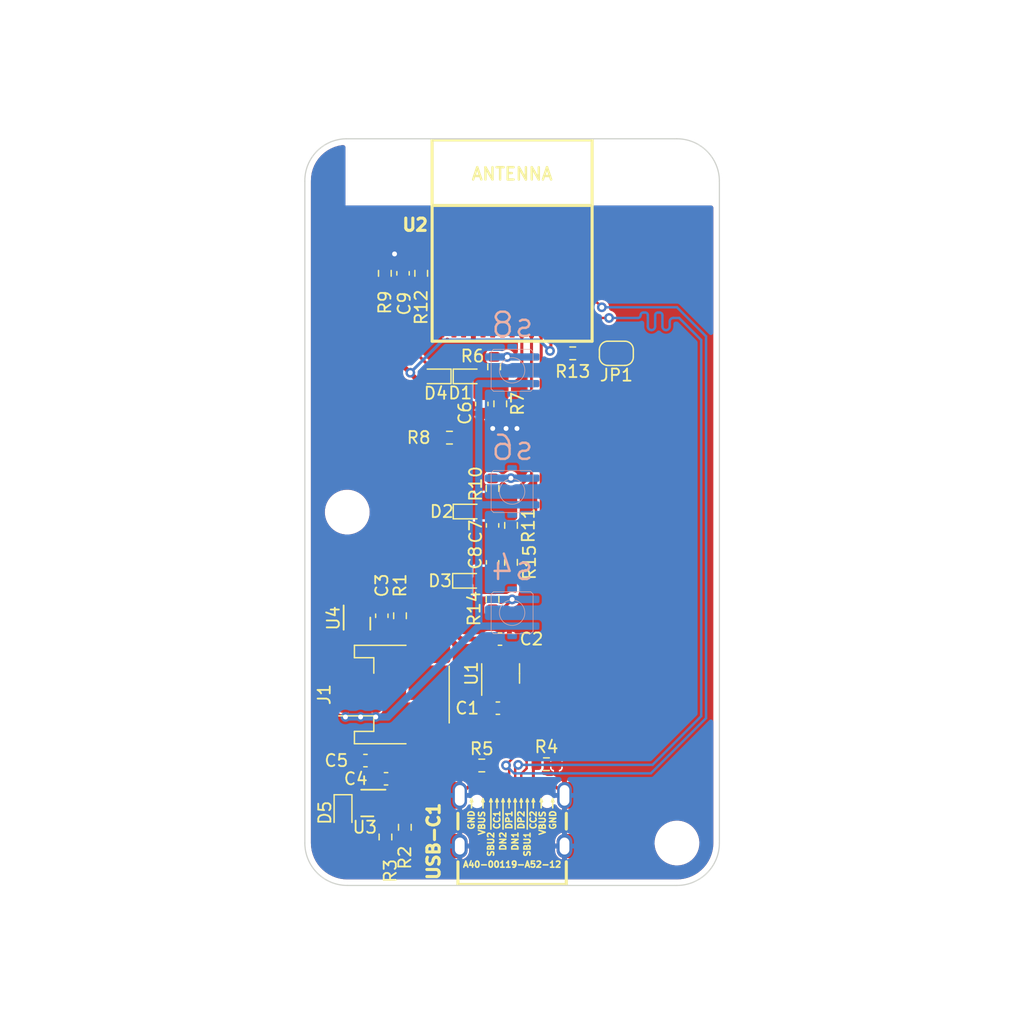
<source format=kicad_pcb>
(kicad_pcb (version 20221018) (generator pcbnew)
  (title_block (title "Rapid Remote") (date "2023-08-28") (rev "C"))
  (layers (0 "F.Cu" signal) (31 "B.Cu" signal) (34 "B.Paste" user) (35 "F.Paste" user) (36 "B.SilkS" user "B.Silkscreen") (37 "F.SilkS" user "F.Silkscreen") (38 "B.Mask" user) (39 "F.Mask" user) (44 "Edge.Cuts" user))
  (net 0 "")
  (net 1 "+5V")
  (net 2 "GND")
  (net 3 "EN_LDO")
  (net 4 "8S")
  (net 5 "6S")
  (net 6 "4S")
  (net 7 "LATCH")
  (net 8 "Net-(USB-C1-CC2)")
  (net 9 "Net-(USB-C1-CC1)")
  (net 10 "+3V3")
  (net 11 "Net-(s8-1)")
  (net 12 "Net-(s6-1)")
  (net 13 "Net-(s4-1)")
  (net 23 "Net-(U4-VDD)")
  (net 26 "USB_D-")
  (net 27 "USB_D+")
  (net 40 "+3V8")
  (net 41 "Net-(U2-EN)")
  (net 42 "Net-(JP1-B)")
  (net 43 "Net-(U3-PRG)")
  (net 44 "Net-(U2-IO9{slash}GPIO9)")
  (net 46 "Net-(D5-K)")
  (net 47 "Net-(D5-A)")
  (net 48 "Net-(J1-Pin_2)")
  (footprint "Package_DFN_QFN:DFN-6-1EP_2x2mm_P0.65mm_EP1x1.6mm" (layer "F.Cu") (at 138.8 102.6 -90)
    (fp_text reference "U4")
    (fp_text value "XB6096I2SV")
  )
  (footprint "Resistor_SMD:R_0603_1608Metric" (layer "F.Cu") (at 150.622 84.963 -90)
    (fp_text reference "R7")
    (fp_text value "10k")
  )
  (footprint "Capacitor_SMD:C_0603_1608Metric" (layer "F.Cu") (at 141.2 115.9 180)
    (fp_text reference "C4")
    (fp_text value "10u")
  )
  (footprint "Capacitor_SMD:C_0603_1608Metric" (layer "F.Cu") (at 150.425 110.075)
    (fp_text reference "C1")
    (fp_text value "1u")
  )
  (footprint "Diode_SMD:D_SOD-523" (layer "F.Cu") (at 148 82.7)
    (fp_text reference "D1")
    (fp_text value "1N4148WT")
  )
  (footprint "MountingHole:MountingHole_3.2mm_M3" (layer "F.Cu") (at 165.2 121.2)
    (fp_text reference "H3")
    (fp_text value "MountingHole")
  )
  (footprint "Capacitor_SMD:C_0603_1608Metric" (layer "F.Cu") (at 139.5 114.4)
    (fp_text reference "C5")
    (fp_text value "1u")
  )
  (footprint "LED_SMD:LED_0603_1608Metric" (layer "F.Cu") (at 137.65 118.7 -90)
    (fp_text reference "D5")
    (fp_text value "LED")
  )
  (footprint "Capacitor_SMD:C_0603_1608Metric" (layer "F.Cu") (at 150.6 104.375)
    (fp_text reference "C2")
    (fp_text value "1u")
  )
  (footprint "Resistor_SMD:R_0603_1608Metric" (layer "F.Cu") (at 154.43 114.696)
    (fp_text reference "R4")
    (fp_text value "5k1")
  )
  (footprint "Resistor_SMD:R_0603_1608Metric" (layer "F.Cu") (at 149.987 91.948 90)
    (fp_text reference "R10")
    (fp_text value "1k")
  )
  (footprint "Resistor_SMD:R_0603_1608Metric" (layer "F.Cu") (at 142.35 102.45 -90)
    (fp_text reference "R1")
    (fp_text value "1k")
  )
  (footprint "Personal:ESP32-­C3-­MINI­-1" (layer "F.Cu") (at 151.6 74.2)
    (fp_text reference "U2")
    (fp_text value "ESP32-C3-MINI-1-N4")
  )
  (footprint "Resistor_SMD:R_0603_1608Metric" (layer "F.Cu") (at 156.6 80.8)
    (fp_text reference "R13")
    (fp_text value "100R")
  )
  (footprint "Resistor_SMD:R_0603_1608Metric" (layer "F.Cu") (at 149.987 101.092 -90)
    (fp_text reference "R14")
    (fp_text value "1k")
  )
  (footprint "Capacitor_SMD:C_0603_1608Metric" (layer "F.Cu") (at 149.987 94.996 -90)
    (fp_text reference "C7")
    (fp_text value "1u")
  )
  (footprint "Diode_SMD:D_SOD-523" (layer "F.Cu") (at 145.3 82.7 180)
    (fp_text reference "D4")
    (fp_text value "1N4148WT")
  )
  (footprint "Capacitor_SMD:C_0603_1608Metric" (layer "F.Cu") (at 149.098 84.976 -90)
    (fp_text reference "C6")
    (fp_text value "1u")
  )
  (footprint "Resistor_SMD:R_0603_1608Metric" (layer "F.Cu") (at 141.15 120.7 -90)
    (fp_text reference "R3")
    (fp_text value "47.5k")
  )
  (footprint "Resistor_SMD:R_0603_1608Metric" (layer "F.Cu") (at 150.114 81.915 90)
    (fp_text reference "R6")
    (fp_text value "1k")
  )
  (footprint "Resistor_SMD:R_0603_1608Metric" (layer "F.Cu") (at 151.511 98.044 90)
    (fp_text reference "R15")
    (fp_text value "10k")
  )
  (footprint "Resistor_SMD:R_0603_1608Metric" (layer "F.Cu") (at 146.431 87.757 180)
    (fp_text reference "R8")
    (fp_text value "10k")
  )
  (footprint "MountingHole:MountingHole_3.2mm_M3" (layer "F.Cu") (at 138 93.9)
    (fp_text reference "H2")
    (fp_text value "MountingHole")
  )
  (footprint "Resistor_SMD:R_0603_1608Metric" (layer "F.Cu") (at 144.1 74.2 -90)
    (fp_text reference "R12")
    (fp_text value "10k")
  )
  (footprint "Capacitor_SMD:C_0603_1608Metric" (layer "F.Cu") (at 149.987 98.044 90)
    (fp_text reference "C8")
    (fp_text value "1u")
  )
  (footprint "Diode_SMD:D_SOD-523" (layer "F.Cu") (at 148 93.853)
    (fp_text reference "D2")
    (fp_text value "1N4148WT")
  )
  (footprint "Resistor_SMD:R_0603_1608Metric" (layer "F.Cu") (at 141.1 74.2 90)
    (fp_text reference "R9")
    (fp_text value "1M")
  )
  (footprint "Personal:USB2.0_TYPE-C(A40-00119-A52-12)" (layer "F.Cu") (at 151.6 120.3 -90)
    (fp_text reference "USB-C1")
    (fp_text value "USB-C-16P-F(A40-00119-A52-12)")
  )
  (footprint "Diode_SMD:D_SOD-523" (layer "F.Cu") (at 147.955 99.568)
    (fp_text reference "D3")
    (fp_text value "1N4148WT")
  )
  (footprint "Capacitor_SMD:C_0603_1608Metric" (layer "F.Cu") (at 140.85 102.45 -90)
    (fp_text reference "C3")
    (fp_text value "100n")
  )
  (footprint "Resistor_SMD:R_0603_1608Metric" (layer "F.Cu") (at 149.096 114.803 180)
    (fp_text reference "R5")
    (fp_text value "5k1")
  )
  (footprint "Connector_JST:JST_PH_S2B-PH-SM4-TB_1x02-1MP_P2.00mm_Horizontal" (layer "F.Cu") (at 141.9 108.95 90)
    (fp_text reference "J1")
    (fp_text value "Conn_01x02_Socket")
  )
  (footprint "Resistor_SMD:R_0603_1608Metric" (layer "F.Cu") (at 151.511 94.996 -90)
    (fp_text reference "R11")
    (fp_text value "10k")
  )
  (footprint "Capacitor_SMD:C_0603_1608Metric" (layer "F.Cu") (at 142.6 74.2 90)
    (fp_text reference "C9")
    (fp_text value "1u")
  )
  (footprint "MountingHole:MountingHole_3.2mm_M3" (layer "F.Cu") (at 165.2 66.6)
    (fp_text reference "H1")
    (fp_text value "MountingHole")
  )
  (footprint "Package_TO_SOT_SMD:SOT-23-5" (layer "F.Cu") (at 150.65 107.2125 90)
    (fp_text reference "U1")
    (fp_text value "MIC5504-3.3YM5")
  )
  (footprint "Resistor_SMD:R_0603_1608Metric" (layer "F.Cu") (at 142.75 119.9 90)
    (fp_text reference "R2")
    (fp_text value "1k")
  )
  (footprint "Package_DFN_QFN:DFN-6-1EP_2x2mm_P0.65mm_EP1x1.6mm" (layer "F.Cu") (at 140.15 117.9 180)
    (fp_text reference "U3")
    (fp_text value "WS4518D")
  )
  (footprint "Jumper:SolderJumper-2_P1.3mm_Open_RoundedPad1.0x1.5mm" (layer "F.Cu") (at 160.2 80.8 180)
    (fp_text reference "JP1")
    (fp_text value "SolderJumper_2_Open")
  )
  (footprint "Personal:TS-1177-C-B-B" (layer "B.Cu") (at 151.6 92.2 180)
    (fp_text reference "s6")
    (fp_text value "BUTTON_4PIN_TS_1177" hide)
  )
  (footprint "Personal:TS-1177-C-B-B" (layer "B.Cu") (at 151.6 82.2 180)
    (fp_text reference "s8")
    (fp_text value "BUTTON_4PIN_TS_1177" hide)
  )
  (footprint "Personal:TS-1177-C-B-B" (layer "B.Cu") (at 151.6 102.2 180)
    (fp_text reference "s4")
    (fp_text value "BUTTON_4PIN_TS_1177" hide)
  )
  (gr_arc (start 134.5 66.6) (mid 135.475126 64.145837) (end 137.9 63.1) (stroke (width 0.1)) (layer "Edge.Cuts"))
  (gr_line (start 165.2 124.7) (end 138 124.7) (stroke (width 0.1)) (layer "Edge.Cuts"))
  (gr_arc (start 165.2 63.1) (mid 167.674874 64.125126) (end 168.7 66.6) (stroke (width 0.1)) (layer "Edge.Cuts"))
  (gr_line (start 137.9 63.1) (end 165.2 63.1) (stroke (width 0.1)) (layer "Edge.Cuts"))
  (gr_arc (start 138 124.7) (mid 135.525127 123.674874) (end 134.5 121.2) (stroke (width 0.1)) (layer "Edge.Cuts"))
  (gr_arc (start 168.7 121.2) (mid 167.674874 123.674874) (end 165.2 124.7) (stroke (width 0.1)) (layer "Edge.Cuts"))
  (gr_line (start 134.5 121.2) (end 134.5 66.6) (stroke (width 0.1)) (layer "Edge.Cuts"))
  (gr_line (start 168.7 66.6) (end 168.7 121.2) (stroke (width 0.1)) (layer "Edge.Cuts"))
  (segment (start 142.75 119.075) (end 142.75 118.05) (width 0.3) (layer "F.Cu") (net 1))
  (segment (start 149.325 116.368) (end 149.075 116.368) (width 0.25) (layer "F.Cu") (net 1))
  (segment (start 151.509 118.014) (end 150.448 119.075) (width 0.508) (layer "F.Cu") (net 1))
  (segment (start 141.95 117.25) (end 141.9 117.25) (width 0.3) (layer "F.Cu") (net 1))
  (segment (start 141.975 115.9) (end 141.975 117.175) (width 0.25) (layer "F.Cu") (net 1))
  (segment (start 154.125 116.368) (end 154.125 117.013) (width 0.254) (layer "F.Cu") (net 1))
  (segment (start 150.1395 118.014) (end 153.124 118.014) (width 0.508) (layer "F.Cu") (net 1))
  (segment (start 150.448 119.075) (end 142.75 119.075) (width 0.508) (layer "F.Cu") (net 1))
  (segment (start 141.9 117.25) (end 141.2 117.25) (width 0.3) (layer "F.Cu") (net 1))
  (segment (start 150.076 118.014) (end 149.187 117.125) (width 0.508) (layer "F.Cu") (net 1))
  (segment (start 149.187 117.125) (end 149.187 116.744) (width 0.508) (layer "F.Cu") (net 1))
  (segment (start 141.975 117.175) (end 141.9 117.25) (width 0.25) (layer "F.Cu") (net 1))
  (segment (start 153.124 118.014) (end 154.013 117.125) (width 0.508) (layer "F.Cu") (net 1))
  (segment (start 153.875 116.368) (end 153.875 116.987) (width 0.254) (layer "F.Cu") (net 1))
  (segment (start 142.75 118.05) (end 141.95 117.25) (width 0.3) (layer "F.Cu") (net 1))
  (segment (start 145.65 78.25) (end 145.7 78.2) (width 0.25) (layer "F.Cu") (net 2))
  (segment (start 140.425 115.9) (end 140.425 114.55) (width 0.5) (layer "F.Cu") (net 2))
  (segment (start 151.6 74.2) (end 151.6 76.175) (width 1) (layer "F.Cu") (net 2))
  (segment (start 148.525 116.368) (end 148.182 116.368) (width 0.25) (layer "F.Cu") (net 2))
  (segment (start 155.018 116.368) (end 155.92 117.27) (width 0.25) (layer "F.Cu") (net 2))
  (segment (start 151.511 95.821) (end 150.037 95.821) (width 0.5) (layer "F.Cu") (net 2))
  (segment (start 149.625 72.225) (end 149.625 74.2) (width 1) (layer "F.Cu") (net 2))
  (segment (start 138.15 101.55) (end 138.15 100.75) (width 0.25) (layer "F.Cu") (net 2))
  (segment (start 157.55 69.25) (end 156.45 69.25) (width 0.6) (layer "F.Cu") (net 2))
  (segment (start 149.625 74.2) (end 149.625 76.175) (width 1) (layer "F.Cu") (net 2))
  (segment (start 149.987 97.269) (end 151.461 97.269) (width 0.5) (layer "F.Cu") (net 2))
  (segment (start 140.425 114.55) (end 140.275 114.4) (width 0.25) (layer "F.Cu") (net 2))
  (segment (start 151.461 97.269) (end 151.511 97.219) (width 0.25) (layer "F.Cu") (net 2))
  (segment (start 145.65 70.15) (end 145.7 70.2) (width 0.6) (layer "F.Cu") (net 2))
  (segment (start 145.65 79.15) (end 145.65 78.25) (width 0.25) (layer "F.Cu") (net 2))
  (segment (start 154.675 116.368) (end 155.018 116.368) (width 0.25) (layer "F.Cu") (net 2))
  (segment (start 151.6 72.225) (end 149.625 72.225) (width 1) (layer "F.Cu") (net 2))
  (segment (start 150.65 109.525) (end 151.2 110.075) (width 0.25) (layer "F.Cu") (net 2))
  (segment (start 149.135 85.788) (end 149.098 85.751) (width 0.25) (layer "F.Cu") (net 2))
  (segment (start 150.622 86.378) (end 150.622 85.788) (width 0.5) (layer "F.Cu") (net 2))
  (segment (start 150.65 108.35) (end 150.65 109.525) (width 0.25) (layer "F.Cu") (net 2))
  (segment (start 151.6 74.2) (end 151.6 72.225) (width 1) (layer "F.Cu") (net 2))
  (segment (start 149.987 95.871) (end 150.037 95.821) (width 0.5) (layer "F.Cu") (net 2))
  (segment (start 138.8 101.55) (end 138.8 100.8) (width 0.25) (layer "F.Cu") (net 2))
  (segment (start 153.575 74.2) (end 153.575 72.225) (width 1) (layer "F.Cu") (net 2))
  (segment (start 153.575 72.225) (end 151.6 72.225) (width 1) (layer "F.Cu") (net 2))
  (segment (start 146.75 69.25) (end 146.8 69.3) (width 0.25) (layer "F.Cu") (net 2))
  (segment (start 138.8 102.6) (end 138.8 101.55) (width 0.25) (layer "F.Cu") (net 2))
  (segment (start 151.511 95.821) (end 151.511 97.219) (width 0.5) (layer "F.Cu") (net 2))
  (segment (start 141.2 117.9) (end 140.15 117.9) (width 0.25) (layer "F.Cu") (net 2))
  (segment (start 150 87) (end 150.622 86.378) (width 0.5) (layer "F.Cu") (net 2))
  (segment (start 151.6 76.175) (end 153.575 76.175) (width 1) (layer "F.Cu") (net 2))
  (segment (start 150.622 85.788) (end 149.135 85.788) (width 0.5) (layer "F.Cu") (net 2))
  (segment (start 151.6 74.2) (end 153.575 74.2) (width 1) (layer "F.Cu") (net 2))
  (segment (start 150.037 95.821) (end 149.987 95.771) (width 0.25) (layer "F.Cu") (net 2))
  (segment (start 151.6 76.175) (end 149.625 76.175) (width 1) (layer "F.Cu") (net 2))
  (segment (start 153.575 76.175) (end 153.575 74.2) (width 1) (layer "F.Cu") (net 2))
  (segment (start 145.65 69.25) (end 146.75 69.25) (width 0.6) (layer "F.Cu") (net 2))
  (segment (start 156.45 69.25) (end 156.4 69.3) (width 0.25) (layer "F.Cu") (net 2))
  (segment (start 138.15 101.95) (end 138.8 102.6) (width 0.25) (layer "F.Cu") (net 2))
  (segment (start 151.6 74.2) (end 149.625 74.2) (width 1) (layer "F.Cu") (net 2))
  (segment (start 149.987 97.269) (end 149.987 95.871) (width 0.5) (layer "F.Cu") (net 2))
  (segment (start 145.65 69.25) (end 145.65 70.15) (width 0.6) (layer "F.Cu") (net 2))
  (segment (start 148.182 116.368) (end 147.28 117.27) (width 0.25) (layer "F.Cu") (net 2))
  (segment (start 138.15 101.55) (end 138.15 101.95) (width 0.25) (layer "F.Cu") (net 2))
  (via (at 141.9 72.6) (size 0.8) (drill 0.4) (layers "F.Cu" "B.Cu") (net 2))
  (via (at 150 87) (size 0.8) (drill 0.4) (layers "F.Cu" "B.Cu") (net 2))
  (via (at 152 87) (size 0.8) (drill 0.4) (layers "F.Cu" "B.Cu") (net 2))
  (via (at 151.1 87) (size 0.8) (drill 0.4) (layers "F.Cu" "B.Cu") (net 2))
  (segment (start 147.3 82.7) (end 146 82.7) (width 0.25) (layer "F.Cu") (net 3))
  (segment (start 147.3 99.2) (end 147.3 92.2) (width 0.25) (layer "F.Cu") (net 3))
  (segment (start 147.3 82.7) (end 147.3 92.2) (width 0.25) (layer "F.Cu") (net 3))
  (segment (start 152.4 79.1) (end 152.4 82) (width 0.25) (layer "F.Cu") (net 4))
  (segment (start 150.177 82.677) (end 150.114 82.74) (width 0.25) (layer "F.Cu") (net 4))
  (segment (start 151.723 82.677) (end 150.177 82.677) (width 0.25) (layer "F.Cu") (net 4))
  (segment (start 152.4 82) (end 151.723 82.677) (width 0.25) (layer "F.Cu") (net 4))
  (segment (start 153.2 90.8) (end 150.9 93.1) (width 0.25) (layer "F.Cu") (net 5))
  (segment (start 153.2 79.1) (end 153.2 90.8) (width 0.25) (layer "F.Cu") (net 5))
  (segment (start 154 98.9) (end 153.9 99) (width 0.25) (layer "F.Cu") (net 6))
  (segment (start 150.8 99.21) (end 153.69 99.21) (width 0.25) (layer "F.Cu") (net 6))
  (segment (start 154 79.1) (end 154 98.9) (width 0.25) (layer "F.Cu") (net 6))
  (segment (start 153.69 99.21) (end 153.9 99) (width 0.25) (layer "F.Cu") (net 6))
  (segment (start 141.1 75.025) (end 141.1 74.4) (width 0.25) (layer "F.Cu") (net 7))
  (segment (start 141.1 75.025) (end 141.1 78.2) (width 0.25) (layer "F.Cu") (net 7))
  (segment (start 144.6 81.7) (end 144.6 82.7) (width 0.25) (layer "F.Cu") (net 7))
  (segment (start 145.7 74.2) (end 141.3 74.2) (width 0.25) (layer "F.Cu") (net 7))
  (segment (start 141.3 74.2) (end 141.1 74.4) (width 0.25) (layer "F.Cu") (net 7))
  (segment (start 141.1 78.2) (end 144.6 81.7) (width 0.25) (layer "F.Cu") (net 7))
  (segment (start 153.354 116.3758) (end 153.354 115.0122) (width 0.25) (layer "F.Cu") (net 8))
  (segment (start 153.354 115.0122) (end 153.605 114.7612) (width 0.25) (layer "F.Cu") (net 8))
  (segment (start 150.354 116.3758) (end 150.354 115.4192) (width 0.25) (layer "F.Cu") (net 9))
  (segment (start 150.354 115.4192) (end 149.7378 114.803) (width 0.25) (layer "F.Cu") (net 9))
  (segment (start 139.8 72.4) (end 139.8 79.027817) (width 0.4) (layer "F.Cu") (net 10))
  (segment (start 139.8 79.027817) (end 143.975 83.202817) (width 0.4) (layer "F.Cu") (net 10))
  (segment (start 149.7 106.075) (end 149.7 104.5) (width 0.25) (layer "F.Cu") (net 10))
  (segment (start 143.975 83.202817) (end 143.975 100.975) (width 0.4) (layer "F.Cu") (net 10))
  (segment (start 140.4 71.8) (end 139.8 72.4) (width 0.4) (layer "F.Cu") (net 10))
  (segment (start 144.1 72.1) (end 144.4 71.8) (width 0.4) (layer "F.Cu") (net 10))
  (segment (start 144.4 71.8) (end 140.4 71.8) (width 0.4) (layer "F.Cu") (net 10))
  (segment (start 154.8 79.1) (end 154.8 80.5245) (width 0.25) (layer "F.Cu") (net 10))
  (segment (start 149.7 104.5) (end 149.825 104.375) (width 0.25) (layer "F.Cu") (net 10))
  (segment (start 144.1 73.375) (end 144.1 72.1) (width 0.4) (layer "F.Cu") (net 10))
  (segment (start 144.125 73.4) (end 144.1 73.375) (width 0.25) (layer "F.Cu") (net 10))
  (segment (start 154.8 80.5245) (end 154.7245 80.6) (width 0.25) (layer "F.Cu") (net 10))
  (segment (start 147.375 104.375) (end 149.825 104.375) (width 0.4) (layer "F.Cu") (net 10))
  (segment (start 143.975 100.975) (end 147.375 104.375) (width 0.4) (layer "F.Cu") (net 10))
  (segment (start 145.7 71.8) (end 144.4 71.8) (width 0.4) (layer "F.Cu") (net 10))
  (segment (start 145.7 73.4) (end 144.125 73.4) (width 0.25) (layer "F.Cu") (net 10))
  (via (at 143.2 82.4) (size 0.8) (drill 0.4) (layers "F.Cu" "B.Cu") (net 10))
  (via (at 154.7245 80.6) (size 0.8) (drill 0.4) (layers "F.Cu" "B.Cu") (net 10))
  (segment (start 145.9 79.7) (end 143.2 82.4) (width 0.25) (layer "B.Cu") (net 10))
  (segment (start 154.7245 80.6) (end 153.8245 79.7) (width 0.25) (layer "B.Cu") (net 10))
  (segment (start 153.8245 79.7) (end 145.9 79.7) (width 0.25) (layer "B.Cu") (net 10))
  (segment (start 149.8 81.09) (end 151.19 81.09) (width 0.25) (layer "F.Cu") (net 11))
  (segment (start 151.19 81.09) (end 151.2 81.1) (width 0.25) (layer "F.Cu") (net 11))
  (via (at 151.2 81.1) (size 0.8) (drill 0.4) (layers "F.Cu" "B.Cu") (net 11))
  (segment (start 149.8 81.1) (end 151.2 81.1) (width 0.6) (layer "B.Cu") (net 11))
  (segment (start 151.2 81.1) (end 153.4 81.1) (width 0.6) (layer "B.Cu") (net 11))
  (segment (start 149.8 91.09) (end 151.49 91.09) (width 0.25) (layer "F.Cu") (net 12))
  (segment (start 151.49 91.09) (end 151.5 91.1) (width 0.25) (layer "F.Cu") (net 12))
  (via (at 151.5 91.1) (size 0.8) (drill 0.4) (layers "F.Cu" "B.Cu") (net 12))
  (segment (start 151.5 91.1) (end 149.8 91.1) (width 0.6) (layer "B.Cu") (net 12))
  (segment (start 153.4 91.1) (end 151.5 91.1) (width 0.6) (layer "B.Cu") (net 12))
  (segment (start 151.6 101.1) (end 150.783 101.917) (width 0.25) (layer "F.Cu") (net 13))
  (segment (start 150.783 101.917) (end 149.733 101.917) (width 0.25) (layer "F.Cu") (net 13))
  (via (at 151.6 101.1) (size 0.8) (drill 0.4) (layers "F.Cu" "B.Cu") (net 13))
  (segment (start 149.8 101.1) (end 151.6 101.1) (width 0.6) (layer "B.Cu") (net 13))
  (segment (start 151.6 101.1) (end 153.4 101.1) (width 0.6) (layer "B.Cu") (net 13))
  (segment (start 142.35 101.625) (end 140.9 101.625) (width 0.6) (layer "F.Cu") (net 23))
  (segment (start 139.575 101.675) (end 139.45 101.55) (width 0.25) (layer "F.Cu") (net 23))
  (segment (start 140.85 101.675) (end 139.575 101.675) (width 0.6) (layer "F.Cu") (net 23))
  (segment (start 140.9 101.625) (end 140.85 101.675) (width 0.25) (layer "F.Cu") (net 23))
  (segment (start 150.945 117.2668) (end 151.763 117.2668) (width 0.2) (layer "F.Cu") (net 26))
  (segment (start 150.854 116.3758) (end 150.854 117.1758) (width 0.2) (layer "F.Cu") (net 26))
  (segment (start 158.41005 77.4) (end 157.5 77.4) (width 0.2) (layer "F.Cu") (net 26))
  (segment (start 152.098 114.7522) (end 151.854 114.9962) (width 0.2) (layer "F.Cu") (net 26))
  (segment (start 151.854 117.1758) (end 151.854 116.3758) (width 0.2) (layer "F.Cu") (net 26))
  (segment (start 151.763 117.2668) (end 151.854 117.1758) (width 0.2) (layer "F.Cu") (net 26))
  (segment (start 150.854 117.1758) (end 150.945 117.2668) (width 0.2) (layer "F.Cu") (net 26))
  (segment (start 151.854 114.9962) (end 151.854 116.3758) (width 0.2) (layer "F.Cu") (net 26))
  (segment (start 158.892478 77.882428) (end 158.41005 77.4) (width 0.2) (layer "F.Cu") (net 26))
  (segment (start 159.6 77.882428) (end 158.892478 77.882428) (width 0.2) (layer "F.Cu") (net 26))
  (via (at 152.098 114.7522) (size 0.8) (drill 0.4) (layers "F.Cu" "B.Cu") (net 26))
  (via (at 159.6 77.882428) (size 0.8) (drill 0.4) (layers "F.Cu" "B.Cu") (net 26))
  (segment (start 165.382428 77.882428) (end 167.2 79.7) (width 0.2) (layer "B.Cu") (net 26))
  (segment (start 162.8 77.657428) (end 162.8 77.882428) (width 0.2) (layer "B.Cu") (net 26))
  (segment (start 164.9 77.882428) (end 165.382428 77.882428) (width 0.2) (layer "B.Cu") (net 26))
  (segment (start 164 77.657428) (end 164 78.182428) (width 0.2) (layer "B.Cu") (net 26))
  (segment (start 167.2 110.734314) (end 163.182114 114.7522) (width 0.2) (layer "B.Cu") (net 26))
  (segment (start 167.2 79.7) (end 167.2 110.734314) (width 0.2) (layer "B.Cu") (net 26))
  (segment (start 163.625 77.432428) (end 163.775 77.432428) (width 0.2) (layer "B.Cu") (net 26))
  (segment (start 164.6 78.582428) (end 164.6 78.182428) (width 0.2) (layer "B.Cu") (net 26))
  (segment (start 162.8 77.882428) (end 162.8 78.582428) (width 0.2) (layer "B.Cu") (net 26))
  (segment (start 163.4 77.882428) (end 163.4 77.657428) (width 0.2) (layer "B.Cu") (net 26))
  (segment (start 159.6 77.882428) (end 161.975 77.882428) (width 0.2) (layer "B.Cu") (net 26))
  (segment (start 162.425 77.432428) (end 162.575 77.432428) (width 0.2) (layer "B.Cu") (net 26))
  (segment (start 163.182114 114.7522) (end 152.098 114.7522) (width 0.2) (layer "B.Cu") (net 26))
  (segment (start 163.4 78.582428) (end 163.4 77.882428) (width 0.2) (layer "B.Cu") (net 26))
  (segment (start 164 78.182428) (end 164 78.582428) (width 0.2) (layer "B.Cu") (net 26))
  (arc (start 163.4 77.657428) (mid 163.465901 77.498329) (end 163.625 77.432428) (width 0.2) (layer "B.Cu") (net 26))
  (arc (start 161.975 77.882428) (mid 162.134089 77.816509) (end 162.2 77.657428) (width 0.2) (layer "B.Cu") (net 26))
  (arc (start 162.575 77.432428) (mid 162.734099 77.498329) (end 162.8 77.657428) (width 0.2) (layer "B.Cu") (net 26))
  (arc (start 164.6 78.182428) (mid 164.687868 77.970296) (end 164.9 77.882428) (width 0.2) (layer "B.Cu") (net 26))
  (arc (start 163.775 77.432428) (mid 163.934099 77.498329) (end 164 77.657428) (width 0.2) (layer "B.Cu") (net 26))
  (arc (start 164 78.582428) (mid 164.087868 78.79456) (end 164.3 78.882428) (width 0.2) (layer "B.Cu") (net 26))
  (arc (start 164.3 78.882428) (mid 164.512132 78.79456) (end 164.6 78.582428) (width 0.2) (layer "B.Cu") (net 26))
  (arc (start 162.2 77.657428) (mid 162.265901 77.498329) (end 162.425 77.432428) (width 0.2) (layer "B.Cu") (net 26))
  (arc (start 162.8 78.582428) (mid 162.887868 78.79456) (end 163.1 78.882428) (width 0.2) (layer "B.Cu") (net 26))
  (arc (start 163.1 78.882428) (mid 163.312132 78.79456) (end 163.4 78.582428) (width 0.2) (layer "B.Cu") (net 26))
  (segment (start 152.798 114.46225) (end 152.38795 114.0522) (width 0.2) (layer "F.Cu") (net 27))
  (segment (start 152.38795 114.0522) (end 151.80805 114.0522) (width 0.2) (layer "F.Cu") (net 27))
  (segment (start 151.099266 114.760984) (end 151.099266 114.791385) (width 0.2) (layer "F.Cu") (net 27))
  (segment (start 152.798 115.04215) (end 152.798 114.46225) (width 0.2) (layer "F.Cu") (net 27))
  (segment (start 158.6 76.6) (end 157.5 76.6) (width 0.2) (layer "F.Cu") (net 27))
  (segment (start 151.354 115.046119) (end 151.099266 114.791385) (width 0.2) (layer "F.Cu") (net 27))
  (segment (start 159 77) (end 158.6 76.6) (width 0.2) (layer "F.Cu") (net 27))
  (segment (start 152.354 116.3758) (end 152.354 115.48615) (width 0.2) (layer "F.Cu") (net 27))
  (segment (start 152.354 115.48615) (end 152.798 115.04215) (width 0.2) (layer "F.Cu") (net 27))
  (segment (start 151.80805 114.0522) (end 151.099266 114.760984) (width 0.2) (layer "F.Cu") (net 27))
  (segment (start 151.354 116.3758) (end 151.354 115.046119) (width 0.2) (layer "F.Cu") (net 27))
  (via (at 159 77) (size 0.8) (drill 0.4) (layers "F.Cu" "B.Cu") (net 27))
  (via (at 151.099266 114.791385) (size 0.8) (drill 0.4) (layers "F.Cu" "B.Cu") (net 27))
  (segment (start 151.099266 114.791385) (end 151.760081 115.4522) (width 0.2) (layer "B.Cu") (net 27))
  (segment (start 165.2 77) (end 159 77) (width 0.2) (layer "B.Cu") (net 27))
  (segment (start 163.0478 115.4522) (end 167.6 110.9) (width 0.2) (layer "B.Cu") (net 27))
  (segment (start 167.6 110.9) (end 167.6 79.4) (width 0.2) (layer "B.Cu") (net 27))
  (segment (start 151.760081 115.4522) (end 163.0478 115.4522) (width 0.2) (layer "B.Cu") (net 27))
  (segment (start 167.6 79.4) (end 165.2 77) (width 0.2) (layer "B.Cu") (net 27))
  (segment (start 149.7 108.35) (end 149.7 110.025) (width 0.4) (layer "F.Cu") (net 40))
  (segment (start 137.85 110.8) (end 138.2 110.8) (width 0.6) (layer "F.Cu") (net 40))
  (segment (start 151.6 107.6) (end 151.25 107.25) (width 0.4) (layer "F.Cu") (net 40))
  (segment (start 150.05 107.25) (end 149.7 107.6) (width 0.4) (layer "F.Cu") (net 40))
  (segment (start 151.6 108.35) (end 151.6 107.6) (width 0.4) (layer "F.Cu") (net 40))
  (segment (start 139.9 110.8) (end 139.05 109.95) (width 0.6) (layer "F.Cu") (net 40))
  (segment (start 148.625 110.075) (end 148.6 110.05) (width 0.4) (layer "F.Cu") (net 40))
  (segment (start 138.2 110.8) (end 139.05 109.95) (width 0.6) (layer "F.Cu") (net 40))
  (segment (start 151.25 107.25) (end 150.05 107.25) (width 0.4) (layer "F.Cu") (net 40))
  (segment (start 139.05 110.75) (end 139.1 110.8) (width 0.25) (layer "F.Cu") (net 40))
  (segment (start 149.7 107.6) (end 149.7 108.35) (width 0.4) (layer "F.Cu") (net 40))
  (segment (start 149.65 110.075) (end 148.625 110.075) (width 0.4) (layer "F.Cu") (net 40))
  (segment (start 139.05 109.95) (end 139.05 110.75) (width 1) (layer "F.Cu") (net 40))
  (segment (start 140.35 110.8) (end 139.9 110.8) (width 0.6) (layer "F.Cu") (net 40))
  (segment (start 149.7 110.025) (end 149.65 110.075) (width 0.4) (layer "F.Cu") (net 40))
  (via (at 139.1 110.8) (size 0.8) (drill 0.4) (layers "F.Cu" "B.Cu") (net 40))
  (via (at 137.85 110.8) (size 0.8) (drill 0.4) (layers "F.Cu" "B.Cu") (net 40))
  (via (at 140.35 110.8) (size 0.8) (drill 0.4) (layers "F.Cu" "B.Cu") (net 40))
  (segment (start 148.95 93.3) (end 148.85 93.2) (width 0.25) (layer "B.Cu") (net 40))
  (segment (start 140.35 110.8) (end 141.35 110.8) (width 0.6) (layer "B.Cu") (net 40))
  (segment (start 137.85 110.8) (end 138.2 110.8) (width 0.6) (layer "B.Cu") (net 40))
  (segment (start 153.4 83.3) (end 149.8 83.3) (width 0.6) (layer "B.Cu") (net 40))
  (segment (start 153.4 103.3) (end 149.8 103.3) (width 0.6) (layer "B.Cu") (net 40))
  (segment (start 149.8 93.3) (end 148.95 93.3) (width 0.6) (layer "B.Cu") (net 40))
  (segment (start 148.85 83.3) (end 148.85 93.2) (width 0.6) (layer "B.Cu") (net 40))
  (segment (start 149.8 83.3) (end 148.85 83.3) (width 0.6) (layer "B.Cu") (net 40))
  (segment (start 141.35 110.8) (end 148.85 103.3) (width 0.6) (layer "B.Cu") (net 40))
  (segment (start 149.8 93.3) (end 153.4 93.3) (width 0.6) (layer "B.Cu") (net 40))
  (segment (start 148.85 103.3) (end 149.8 103.3) (width 0.6) (layer "B.Cu") (net 40))
  (segment (start 139.1 110.8) (end 137.85 110.8) (width 0.6) (layer "B.Cu") (net 40))
  (segment (start 140.35 110.8) (end 139.1 110.8) (width 0.6) (layer "B.Cu") (net 40))
  (segment (start 148.85 93.2) (end 148.85 103.3) (width 0.6) (layer "B.Cu") (net 40))
  (segment (start 144.05 74.975) (end 144.1 75.025) (width 0.25) (layer "F.Cu") (net 41))
  (segment (start 144.1 75.5) (end 144.4 75.8) (width 0.25) (layer "F.Cu") (net 41))
  (segment (start 145.7 75.8) (end 144.4 75.8) (width 0.25) (layer "F.Cu") (net 41))
  (segment (start 144.1 75.025) (end 144.1 75.5) (width 0.25) (layer "F.Cu") (net 41))
  (segment (start 142.6 74.975) (end 144.05 74.975) (width 0.25) (layer "F.Cu") (net 41))
  (segment (start 159.55 80.8) (end 157.625 80.8) (width 0.25) (layer "F.Cu") (net 42))
  (segment (start 141.15 118.6) (end 141.2 118.55) (width 0.25) (layer "F.Cu") (net 43))
  (segment (start 141.15 119.875) (end 141.15 118.6) (width 0.25) (layer "F.Cu") (net 43))
  (segment (start 155.6 80.425) (end 155.6 79.1) (width 0.25) (layer "F.Cu") (net 44))
  (segment (start 155.975 80.8) (end 155.6 80.425) (width 0.25) (layer "F.Cu") (net 44))
  (segment (start 137.65 117.9125) (end 139.0875 117.9125) (width 0.25) (layer "F.Cu") (net 46))
  (segment (start 139.0875 117.9125) (end 139.1 117.9) (width 0.25) (layer "F.Cu") (net 46))
  (segment (start 138.8875 120.725) (end 142.75 120.725) (width 0.25) (layer "F.Cu") (net 47))
  (segment (start 137.65 119.4875) (end 138.8875 120.725) (width 0.25) (layer "F.Cu") (net 47))
  (zone (net 5) (net_name "6S") (layer "F.Cu") (priority 4) (connect_pads yes (clearance 0.2)) (min_thickness 0.25) (fill yes (thermal_gap 0.5) (thermal_bridge_width 0.5))
    (polygon (pts (xy 148.336 92.329) (xy 148.336 94.488) (xy 152.019 94.488) (xy 152.019 92.329)))
  )
  (zone (net 40) (net_name "+3V8") (layer "F.Cu") (priority 8) (connect_pads (clearance 0.127)) (min_thickness 0.3) (fill yes (thermal_gap 0.127) (thermal_bridge_width 0.3))
    (polygon (pts (xy 150.1 110.55) (xy 150.1 109.6) (xy 142.85 109.6) (xy 142.85 102.9) (xy 141.9 102.9) (xy 141.9 109.4) (xy 137.1 109.4) (xy 137.1 117.4) (xy 139.4 117.4) (xy 139.4 113.6) (xy 142.8 113.6) (xy 142.8 110.55)))
  )
  (zone (net 6) (net_name "4S") (layer "F.Cu") (priority 3) (connect_pads yes (clearance 0.2)) (min_thickness 0.25) (fill yes (thermal_gap 0.5) (thermal_bridge_width 0.5))
    (polygon (pts (xy 148.4 98.419) (xy 148.4 100.654) (xy 151.989 100.654) (xy 151.989 98.419)))
  )
  (zone (net 4) (net_name "8S") (layer "F.Cu") (priority 2) (connect_pads yes (clearance 0.2)) (min_thickness 0.25) (fill yes (thermal_gap 0.5) (thermal_bridge_width 0.5))
    (polygon (pts (xy 148.4 82.281) (xy 148.4 84.57) (xy 151.3 84.57) (xy 151.3 82.281)))
  )
  (zone (net 48) (net_name "Net-(J1-Pin_2)") (layer "F.Cu") (priority 7) (connect_pads (clearance 0.127)) (min_thickness 0.25) (fill yes (thermal_gap 0.127) (thermal_bridge_width 0.5))
    (polygon (pts (xy 139.7 103.3) (xy 137.9 103.3) (xy 137.3 107.4) (xy 137.3 108.5) (xy 140.8 108.5) (xy 140.8 104.3) (xy 139.7 104.3)))
  )
  (zone (net 2) (net_name "GND") (layers "F&B.Cu") (connect_pads (clearance 0.127)) (min_thickness 0.4) (fill yes (thermal_gap 0.127) (thermal_bridge_width 0.4))
    (polygon (pts (xy 158.2 68.6) (xy 137.85 68.6) (xy 137.85 63.1) (xy 134.45 63.1) (xy 134.5 124.7) (xy 168.7 124.7) (xy 168.7 68.6)))
  )
)
</source>
